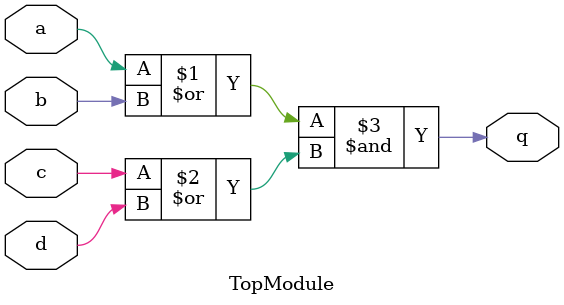
<source format=sv>

module TopModule (
  input a,
  input b,
  input c,
  input d,
  output q
);
assign q = (a | b) & (c | d);

endmodule

</source>
